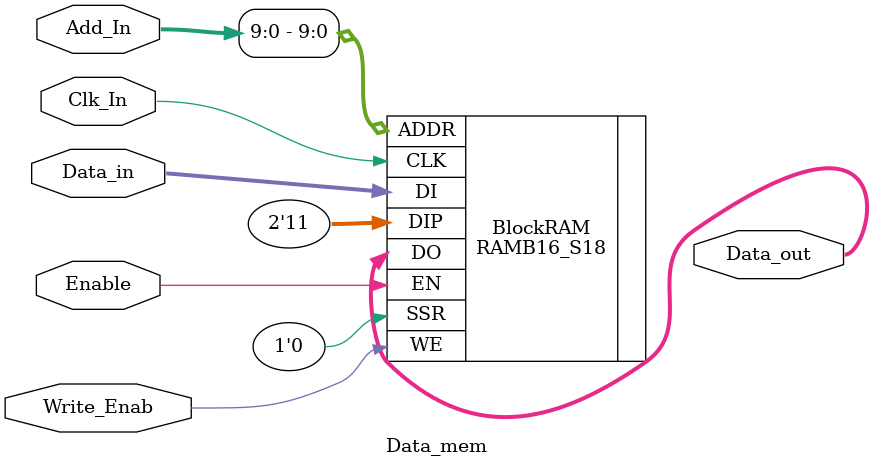
<source format=v>
 

module Data_mem #(parameter DSIZE=16) (
	input Clk_In,
	input Write_Enab, Enable,
	input [DSIZE-1:0] Add_In, Data_in,
	output [DSIZE-1:0] Data_out
);

   // RAMB16_S36: Virtex-II/II-Pro, Spartan-3/3E 512 x 32 + 4 Parity bits Single-Port RAM
   // Xilinx HDL Language Template, version 9.1.1i
	

   RAMB16_S18 #(
      .INIT(18'h0),  // Value of output RAM registers at startup
      .SRVAL(18'h0), // Output value upon SSR assertion
      .WRITE_MODE("WRITE_FIRST"), // WRITE_FIRST, READ_FIRST or NO_CHANGE
       //The following INIT_xx declarations specify the initial contents of the RAM///
       //Address 0 to 255
	.INIT_00(256'h3021_3010_0548_6505_0411_0535_0000_C025_54F8_0000_0000_44A3_43FF_4202_4101_0000),
      .INIT_01(256'h013C_0541_021A_0121_0000_9303_0000_0621_0569_2161_0000_0411_2042_6202_3132_3032),
      .INIT_02(256'h1332_1320_0477_0476_0405_412B_0000_00FE_570A_47BC_0241_0000_0000_8007_0000_0632),
      .INIT_03(256'h0000_0000_0000_0000_0000_0251_0000_0000_0000_0000_0000_0000_0000_0000_0000_001F),
      .INIT_04(256'h0000_0000_0000_0000_0000_0000_0000_0000_0000_0000_0000_0000_0000_0000_0000_0000),
      .INIT_05(256'h0000_0000_0000_0000_0000_0000_0000_0000_0000_0000_0000_0000_0000_0000_0000_0000),
      .INIT_06(256'h0000_0000_0000_0000_0000_0000_0000_0000_0000_0000_0000_0000_0000_0000_0000_0000),
      .INIT_07(256'h0000_0000_0000_0000_0000_0000_0000_0000_0000_0000_0000_0000_0000_0000_0000_0000),
      .INIT_08(256'h0000_0000_0000_0000_0000_0000_0000_0000_0000_0000_0000_0000_0000_0000_0000_0000),
      .INIT_09(256'h0000_0000_0000_0000_0000_0000_0000_0000_0000_0000_0000_0000_0000_0000_0000_0000),
      .INIT_0A(256'h0000_0000_0000_0000_0000_0000_0000_0000_0000_0000_0000_0000_0000_0000_0000_0000),
      .INIT_0B(256'h0000_0000_0000_0000_0000_0000_0000_0000_0000_0000_0000_0000_0000_0000_0000_0000),
      .INIT_0C(256'h0000_0000_0000_0000_0000_0000_0000_0000_0000_0000_0000_0000_0000_0000_0000_0000),
      .INIT_0D(256'h0000_0000_0000_0000_0000_0000_0000_0000_0000_0000_0000_0000_0000_0000_0000_0000),
      .INIT_0E(256'h0000_0000_0000_0000_0000_0000_0000_0000_0000_0000_0000_0000_0000_0000_0000_0000),
      .INIT_0F(256'h0000_0000_0000_0000_0000_0000_0000_0000_0000_0000_0000_0000_0000_0000_0000_0000),
       //Address 256 to 511
		.INIT_10(256'h0000_0000_0000_0000_0000_0000_0000_0000_0000_0000_0000_0000_0000_0000_0000_0000),
		.INIT_11(256'h0000_0000_0000_0000_0000_0000_0000_0000_0000_0000_0000_0000_0000_0000_0000_0000),
      .INIT_13(256'h0000_0000_0000_0000_0000_0251_0000_0000_0000_00FE_0000_0000_0251_0000_0000_0000),
      .INIT_14(256'h0000_0000_0000_0000_0000_0000_0000_0000_0000_0000_0000_0000_0000_0000_0000_0000),
      .INIT_15(256'h0000_0000_0000_0000_0000_0000_0000_0000_0000_0000_0000_0000_0000_0000_0000_0000),
      .INIT_16(256'h0000_0000_0000_0000_0000_0000_0000_0000_0000_0000_0000_0000_0000_0000_0000_0000),
      .INIT_17(256'h0000_0000_0000_0000_0000_0000_0000_0000_0000_0000_0000_0000_0000_0000_0000_0000),
      .INIT_18(256'h0000_0000_0000_0000_0000_0000_0000_0000_0000_0000_0000_0000_0000_0000_0000_0000),
      .INIT_19(256'h0000_0000_0000_0000_0000_0000_0000_0000_0000_0000_0000_0000_0000_0000_0000_0000),
      .INIT_1A(256'h0000_0000_0000_0000_0000_0000_0000_0000_0000_0000_0000_0000_0000_0000_0000_0000),
      .INIT_1B(256'h0000_0000_0000_0000_0000_0000_0000_0000_0000_0000_0000_0000_0000_0000_0000_0000),
      .INIT_1C(256'h0000_0000_0000_0000_0000_0000_0000_0000_0000_0000_0000_0000_0000_0000_0000_0000),
      .INIT_1D(256'h0000_0000_0000_0000_0000_0000_0000_0000_0000_0000_0000_0000_0000_0000_0000_0000),
      .INIT_1E(256'h0000_0000_0000_0000_0000_0000_0000_0000_0000_0000_0000_0000_0000_0000_0000_0000),
      .INIT_1F(256'h0000_0000_0000_0000_0000_0000_0000_0000_0000_0000_0000_0000_0000_0000_0000_0000),
       //Address 512 to 767
      .INIT_20(256'h0000_0000_0000_0000_0000_0000_0000_0000_0000_0000_0000_0000_0000_0000_0000_0000),
      .INIT_21(256'h0000_0000_0000_0000_0000_0000_0000_0000_0000_0000_0000_0000_0000_0000_0000_0000),
      .INIT_22(256'h0000_0000_0000_0000_0000_0000_0000_0000_0000_0000_0000_0000_0000_0000_0000_0000),
      .INIT_23(256'h0000_0000_0000_0000_0000_0000_0000_0000_0000_0000_0000_0000_0000_0000_0000_0000),
      .INIT_24(256'h0000_0000_0000_0000_0000_0000_0000_0000_0000_0000_0000_0000_0000_0000_0000_0000),
      .INIT_25(256'h0000_0000_0000_0000_0000_0000_0000_0000_0000_0000_0000_0000_0000_0000_0000_0000),
      .INIT_26(256'h0000_0000_0000_0000_0000_0000_0000_0000_0000_0000_0000_0000_0000_0000_0000_0000),
      .INIT_27(256'h0000_0000_0000_0000_0000_0000_0000_0000_0000_0000_0000_0000_0000_0000_0000_0000),
      .INIT_28(256'h0000_0000_0000_0000_0000_0000_0000_0000_0000_0000_0000_0000_0000_0000_0000_0000),
      .INIT_29(256'h0000_0000_0000_0000_0000_0000_0000_0000_0000_0000_0000_0000_0000_0000_0000_0000),
      .INIT_2A(256'h0000_0000_0000_0000_0000_0000_0000_0000_0000_0000_0000_0000_0000_0000_0000_0000),
      .INIT_2B(256'h0000_0000_0000_0000_0000_0000_0000_0000_0000_0000_0000_0000_0000_0000_0000_0000),
      .INIT_2C(256'h0000_0000_0000_0000_0000_0000_0000_0000_0000_0000_0000_0000_0000_0000_0000_0000),
      .INIT_2D(256'h0000_0000_0000_0000_0000_0000_0000_0000_0000_0000_0000_0000_0000_0000_0000_0000),
      .INIT_2E(256'h0000_0000_0000_0000_0000_0000_0000_0000_0000_0000_0000_0000_0000_0000_0000_0000),
      .INIT_2F(256'h0000_0000_0000_0000_0000_0000_0000_0000_0000_0000_0000_0000_0000_0000_0000_0000),
       //Address 768 to 1023
      .INIT_30(256'h0000_0000_0000_0000_0000_0000_0000_0000_0000_0000_0000_0000_0000_0000_0000_0000),
      .INIT_31(256'h0000_0000_0000_0000_0000_0000_0000_0000_0000_0000_0000_0000_0000_0000_0000_0000),
      .INIT_32(256'h0000_0000_0000_0000_0000_0000_0000_0000_0000_0000_0000_0000_0000_0000_0000_0000),
      .INIT_33(256'h0000_0000_0000_0000_0000_0000_0000_0000_0000_0000_0000_0000_0000_0000_0000_0000),
      .INIT_34(256'h0000_0000_0000_0000_0000_0000_0000_0000_0000_0000_0000_0000_0000_0000_0000_0000),
      .INIT_35(256'h0000_0000_0000_0000_0000_0000_0000_0000_0000_0000_0000_0000_0000_0000_0000_0000),
      .INIT_36(256'h0000_0000_0000_0000_0000_0000_0000_0000_0000_0000_0000_0000_0000_0000_0000_0000),
      .INIT_37(256'h0000_0000_0000_0000_0000_0000_0000_0000_0000_0000_0000_0000_0000_0000_0000_0000),
      .INIT_38(256'h0000_0000_0000_0000_0000_0000_0000_0000_0000_0000_0000_0000_0000_0000_0000_0000),
      .INIT_39(256'h0000_0000_0000_0000_0000_0000_0000_0000_0000_0000_0000_0000_0000_0000_0000_0000),
      .INIT_3A(256'h0000_0000_0000_0000_0000_0000_0000_0000_0000_0000_0000_0000_0000_0000_0000_0000),
      .INIT_3B(256'h0000_0000_0000_0000_0000_0000_0000_0000_0000_0000_0000_0000_0000_0000_0000_0000),
      .INIT_3C(256'h0000_0000_0000_0000_0000_0000_0000_0000_0000_0000_0000_0000_0000_0000_0000_0000),
      .INIT_3D(256'h0000_0000_0000_0000_0000_0000_0000_0000_0000_0000_0000_0000_0000_0000_0000_0000),
      .INIT_3E(256'h0000_0000_0000_0000_0000_0000_0000_0000_0000_0000_0000_0000_0000_0000_0000_0000),
      .INIT_3F(256'h0000_0000_0000_0000_0000_0000_0000_0000_0000_0000_0000_0000_0000_0000_0000_0000)
   ) BlockRAM (
      .DO(Data_out[15:0]),      					// 16-bit Data Output
      .ADDR(Add_In[9:0]), 							// 10-bit Address Input
      .CLK(Clk_In),    								// Clock
      .DI(Data_in),      							// 16-bit Data Input
      .DIP(2'hF),    								// 2-bit parity Input
      .EN(Enable),      							// RAM Enable Input
      .SSR(1'b0),    								// Synchronous Set/Reset Input
      .WE(Write_Enab)       						// Write Enable Input
   );

endmodule

</source>
